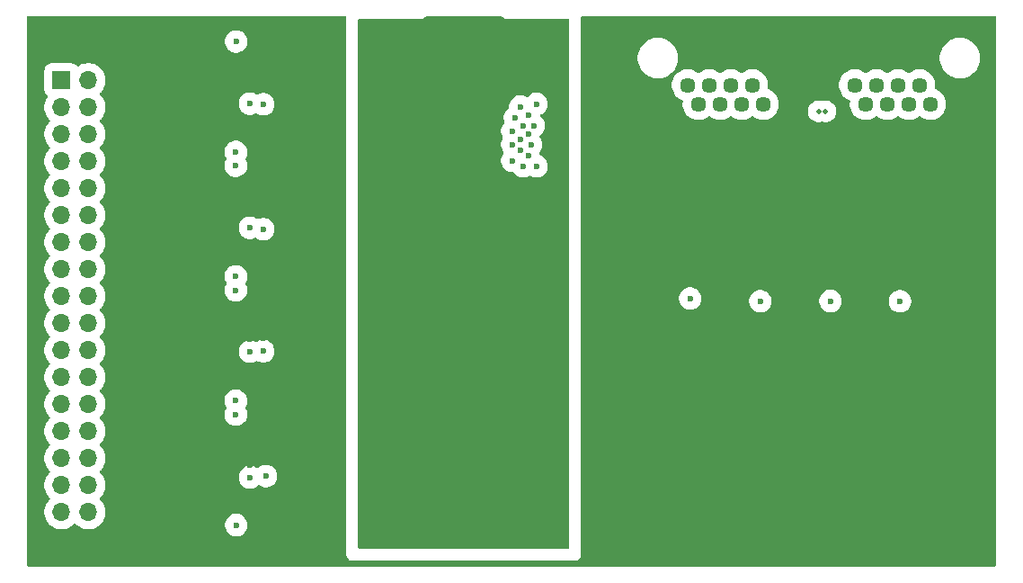
<source format=gbr>
%TF.GenerationSoftware,KiCad,Pcbnew,9.0.0*%
%TF.CreationDate,2025-03-18T14:59:46-04:00*%
%TF.ProjectId,PicoLVDS,5069636f-4c56-4445-932e-6b696361645f,3*%
%TF.SameCoordinates,Original*%
%TF.FileFunction,Copper,L2,Inr*%
%TF.FilePolarity,Positive*%
%FSLAX46Y46*%
G04 Gerber Fmt 4.6, Leading zero omitted, Abs format (unit mm)*
G04 Created by KiCad (PCBNEW 9.0.0) date 2025-03-18 14:59:46*
%MOMM*%
%LPD*%
G01*
G04 APERTURE LIST*
%TA.AperFunction,ComponentPad*%
%ADD10R,1.700000X1.700000*%
%TD*%
%TA.AperFunction,ComponentPad*%
%ADD11O,1.700000X1.700000*%
%TD*%
%TA.AperFunction,ComponentPad*%
%ADD12C,1.448000*%
%TD*%
%TA.AperFunction,ViaPad*%
%ADD13C,0.600000*%
%TD*%
%TA.AperFunction,ViaPad*%
%ADD14C,0.500000*%
%TD*%
G04 APERTURE END LIST*
D10*
%TO.N,/Out_0+*%
%TO.C,J1*%
X33750000Y-43740000D03*
D11*
%TO.N,/Out_0-*%
X36290000Y-43740000D03*
%TO.N,/Out_1+*%
X33750000Y-46280000D03*
%TO.N,/Out_1-*%
X36290000Y-46280000D03*
%TO.N,/Out_2+*%
X33750000Y-48820000D03*
%TO.N,/Out_2-*%
X36290000Y-48820000D03*
%TO.N,/Out_3+*%
X33750000Y-51360000D03*
%TO.N,/Out_3-*%
X36290000Y-51360000D03*
%TO.N,/Out_4+*%
X33750000Y-53900000D03*
%TO.N,/Out_4-*%
X36290000Y-53900000D03*
%TO.N,/Out_5+*%
X33750000Y-56440000D03*
%TO.N,/Out_5-*%
X36290000Y-56440000D03*
%TO.N,/Out_6+*%
X33750000Y-58980000D03*
%TO.N,/Out_6-*%
X36290000Y-58980000D03*
%TO.N,/Out_7+*%
X33750000Y-61520000D03*
%TO.N,/Out_7-*%
X36290000Y-61520000D03*
%TO.N,/Out_8+*%
X33750000Y-64060000D03*
%TO.N,/Out_8-*%
X36290000Y-64060000D03*
%TO.N,/Out_9+*%
X33750000Y-66600000D03*
%TO.N,/Out_9-*%
X36290000Y-66600000D03*
%TO.N,/Out_10+*%
X33750000Y-69140000D03*
%TO.N,/Out_10-*%
X36290000Y-69140000D03*
%TO.N,/Out_11+*%
X33750000Y-71680000D03*
%TO.N,/Out_11-*%
X36290000Y-71680000D03*
%TO.N,/Out_12+*%
X33750000Y-74220000D03*
%TO.N,/Out_12-*%
X36290000Y-74220000D03*
%TO.N,/Out_13+*%
X33750000Y-76760000D03*
%TO.N,/Out_13-*%
X36290000Y-76760000D03*
%TO.N,/Out_14+*%
X33750000Y-79300000D03*
%TO.N,/Out_14-*%
X36290000Y-79300000D03*
%TO.N,/Out_15+*%
X33750000Y-81840000D03*
%TO.N,/Out_15-*%
X36290000Y-81840000D03*
%TO.N,unconnected-(J1-Pin_33-Pad33)*%
X33750000Y-84380000D03*
%TO.N,unconnected-(J1-Pin_34-Pad34)*%
X36290000Y-84380000D03*
%TD*%
D12*
%TO.N,/RJ45_Out_19-*%
%TO.C,J2*%
X108463000Y-44196000D03*
%TO.N,/RJ45_Out_19+*%
X109479000Y-45976000D03*
%TO.N,/RJ45_Out_17-*%
X110495000Y-44196000D03*
%TO.N,/RJ45_Out_18+*%
X111511000Y-45976000D03*
%TO.N,/RJ45_Out_18-*%
X112527000Y-44196000D03*
%TO.N,/RJ45_Out_17+*%
X113543000Y-45976000D03*
%TO.N,/RJ45_Out_16-*%
X114559000Y-44196000D03*
%TO.N,/RJ45_Out_16+*%
X115575000Y-45976000D03*
%TO.N,/RJ45_Out_19-*%
X92713000Y-44196000D03*
%TO.N,/RJ45_Out_19+*%
X93729000Y-45976000D03*
%TO.N,/RJ45_Out_17-*%
X94745000Y-44196000D03*
%TO.N,/RJ45_Out_18+*%
X95761000Y-45976000D03*
%TO.N,/RJ45_Out_18-*%
X96777000Y-44196000D03*
%TO.N,/RJ45_Out_17+*%
X97793000Y-45976000D03*
%TO.N,/RJ45_Out_16-*%
X98809000Y-44196000D03*
%TO.N,/RJ45_Out_16+*%
X99825000Y-45976000D03*
%TD*%
D13*
%TO.N,+3V3*%
X52750000Y-69250000D03*
X77216000Y-51816000D03*
X52750000Y-57750000D03*
X92952500Y-64273500D03*
X51500000Y-81110000D03*
X76962000Y-49276000D03*
X76454000Y-47244000D03*
X50175000Y-51800000D03*
X77216000Y-48006000D03*
X78232000Y-48006000D03*
X50200000Y-40100000D03*
X76962000Y-50292000D03*
X77978000Y-49784000D03*
X50175000Y-62200000D03*
X112722000Y-64544499D03*
X78486000Y-45974000D03*
X51500000Y-45935000D03*
X52750000Y-46000000D03*
X76962000Y-46228000D03*
X50175000Y-50500000D03*
X76200000Y-48514000D03*
X106172000Y-64516000D03*
X77724000Y-48768000D03*
X50175000Y-75200000D03*
X51500000Y-57635000D03*
X51500000Y-69267500D03*
X53000000Y-81000000D03*
X78486000Y-51816000D03*
X77724000Y-50800000D03*
X99556500Y-64527500D03*
X50175000Y-73900000D03*
X50175000Y-63500000D03*
X50200000Y-85600000D03*
X76200000Y-51308000D03*
X77724000Y-46990000D03*
X76200000Y-49784000D03*
%TO.N,GND*%
X66548000Y-67564000D03*
X66548000Y-56896000D03*
X76493077Y-83566000D03*
X90551000Y-63881000D03*
X76493077Y-66294000D03*
X66548000Y-82296000D03*
X84074000Y-88900000D03*
X76962000Y-39878000D03*
X66548000Y-84836000D03*
X52750000Y-68000000D03*
X65532000Y-42672000D03*
X120650000Y-60452000D03*
X76493077Y-81534000D03*
X77763077Y-69088000D03*
X66040000Y-58674000D03*
X65532000Y-68072000D03*
X66548000Y-43180000D03*
X85344000Y-39116000D03*
X65532000Y-66294000D03*
X66548000Y-78994000D03*
X77001077Y-71374000D03*
X66548000Y-42164000D03*
X66548000Y-57912000D03*
X65532000Y-78994000D03*
X65532000Y-84836000D03*
X120650000Y-88392000D03*
X66040000Y-71374000D03*
X52750000Y-44500000D03*
X76493077Y-84836000D03*
X66040000Y-84074000D03*
X84836000Y-40894000D03*
X66548000Y-68580000D03*
X76962000Y-40894000D03*
X65532000Y-57912000D03*
X65532000Y-70612000D03*
X66548000Y-69596000D03*
X103632000Y-46736000D03*
X32004000Y-39370000D03*
X65532000Y-83312000D03*
X77470000Y-43434000D03*
X66040000Y-45974000D03*
X51500000Y-56365000D03*
X117094000Y-65416001D03*
X66040000Y-54356000D03*
X86614000Y-59944000D03*
X104137999Y-64259999D03*
X66548000Y-80264000D03*
X76493077Y-72136000D03*
X66548000Y-70612000D03*
X76493077Y-70866000D03*
X77001077Y-67056000D03*
X51500000Y-68132500D03*
X77001077Y-84074000D03*
X77509077Y-80518000D03*
X66548000Y-54864000D03*
X77509077Y-66294000D03*
X76962000Y-42926000D03*
X66548000Y-81280000D03*
X77509077Y-67818000D03*
X77978000Y-39878000D03*
X65532000Y-40894000D03*
X84836000Y-38354000D03*
X52750000Y-56250000D03*
X85598000Y-40894000D03*
X77509077Y-78994000D03*
X66548000Y-59436000D03*
X65278000Y-56642000D03*
X76493077Y-67818000D03*
X65278000Y-43942000D03*
X77724000Y-40894000D03*
X65532000Y-55372000D03*
X65532000Y-59436000D03*
X76493077Y-68834000D03*
X66548000Y-72136000D03*
X97659001Y-64639001D03*
X84836000Y-41910000D03*
X77978000Y-42418000D03*
X51500000Y-79932500D03*
X85852000Y-38354000D03*
X66548000Y-83312000D03*
X85852000Y-44196000D03*
X109982000Y-64770000D03*
X65532000Y-72136000D03*
X76962000Y-38354000D03*
X121158000Y-38354000D03*
X66548000Y-45212000D03*
X65532000Y-46736000D03*
X97151001Y-65147001D03*
X77509077Y-83058000D03*
X65278000Y-82042000D03*
X85852000Y-39878000D03*
X76493077Y-80518000D03*
X51500000Y-44665000D03*
X77509077Y-84836000D03*
X77978000Y-38354000D03*
X65532000Y-45212000D03*
X85852000Y-42418000D03*
X76493077Y-82550000D03*
X32766000Y-88138000D03*
X65278000Y-69342000D03*
X66548000Y-53594000D03*
X84836000Y-42926000D03*
X110458249Y-64230249D03*
X65532000Y-80772000D03*
X66040000Y-41656000D03*
X77763077Y-81788000D03*
X66548000Y-66294000D03*
X59944000Y-88900000D03*
X76493077Y-78994000D03*
X77470000Y-39116000D03*
X66548000Y-40894000D03*
X66548000Y-46736000D03*
X103629999Y-64767999D03*
X66548000Y-55880000D03*
X77509077Y-70358000D03*
X66040000Y-67056000D03*
X53000000Y-79750000D03*
X84836000Y-39878000D03*
X85344000Y-43434000D03*
X66548000Y-44196000D03*
X65532000Y-53594000D03*
X77001077Y-79756000D03*
X77509077Y-72136000D03*
X76962000Y-41910000D03*
X107188000Y-46736000D03*
X66040000Y-79756000D03*
X117856000Y-65024000D03*
X76493077Y-69850000D03*
X53340000Y-38354000D03*
D14*
%TO.N,/RJ45_Out_17+*%
X105068060Y-46678412D03*
%TO.N,/RJ45_Out_17-*%
X105720460Y-46678412D03*
%TD*%
%TA.AperFunction,Conductor*%
%TO.N,GND*%
G36*
X60532539Y-37720185D02*
G01*
X60578294Y-37772989D01*
X60589500Y-37824500D01*
X60589500Y-88462475D01*
X60627016Y-88602485D01*
X60627017Y-88602488D01*
X60699488Y-88728011D01*
X60699490Y-88728013D01*
X60699491Y-88728015D01*
X60801985Y-88830509D01*
X60801986Y-88830510D01*
X60801988Y-88830511D01*
X60927511Y-88902982D01*
X60927512Y-88902982D01*
X60927515Y-88902984D01*
X61067525Y-88940500D01*
X61067528Y-88940500D01*
X82212472Y-88940500D01*
X82212475Y-88940500D01*
X82352485Y-88902984D01*
X82478015Y-88830509D01*
X82580509Y-88728015D01*
X82652984Y-88602485D01*
X82690500Y-88462475D01*
X82690500Y-64168848D01*
X91890000Y-64168848D01*
X91890000Y-64378151D01*
X91930829Y-64583412D01*
X91930831Y-64583420D01*
X92010923Y-64776780D01*
X92127203Y-64950806D01*
X92275193Y-65098796D01*
X92449219Y-65215076D01*
X92514990Y-65242319D01*
X92642580Y-65295169D01*
X92817689Y-65330000D01*
X92847848Y-65335999D01*
X92847852Y-65336000D01*
X92847853Y-65336000D01*
X93057148Y-65336000D01*
X93057149Y-65335999D01*
X93262420Y-65295169D01*
X93439535Y-65221805D01*
X93455780Y-65215076D01*
X93455780Y-65215075D01*
X93455782Y-65215075D01*
X93629804Y-65098798D01*
X93777798Y-64950804D01*
X93894075Y-64776782D01*
X93974169Y-64583420D01*
X94002383Y-64441576D01*
X94006108Y-64422848D01*
X98494000Y-64422848D01*
X98494000Y-64632151D01*
X98534829Y-64837412D01*
X98534831Y-64837420D01*
X98614923Y-65030780D01*
X98731203Y-65204806D01*
X98879193Y-65352796D01*
X99053219Y-65469076D01*
X99149899Y-65509122D01*
X99246580Y-65549169D01*
X99451848Y-65589999D01*
X99451852Y-65590000D01*
X99451853Y-65590000D01*
X99661148Y-65590000D01*
X99661149Y-65589999D01*
X99866420Y-65549169D01*
X100059782Y-65469075D01*
X100233804Y-65352798D01*
X100381798Y-65204804D01*
X100498075Y-65030782D01*
X100578169Y-64837420D01*
X100619000Y-64632147D01*
X100619000Y-64422853D01*
X100616712Y-64411352D01*
X100616711Y-64411348D01*
X105109500Y-64411348D01*
X105109500Y-64620651D01*
X105150329Y-64825912D01*
X105150331Y-64825920D01*
X105230423Y-65019280D01*
X105346703Y-65193306D01*
X105494693Y-65341296D01*
X105668719Y-65457576D01*
X105737520Y-65486074D01*
X105862080Y-65537669D01*
X106067348Y-65578499D01*
X106067352Y-65578500D01*
X106067353Y-65578500D01*
X106276648Y-65578500D01*
X106276649Y-65578499D01*
X106481920Y-65537669D01*
X106675282Y-65457575D01*
X106849304Y-65341298D01*
X106997298Y-65193304D01*
X107113575Y-65019282D01*
X107193669Y-64825920D01*
X107234500Y-64620647D01*
X107234500Y-64439847D01*
X111659500Y-64439847D01*
X111659500Y-64649150D01*
X111700329Y-64854411D01*
X111700331Y-64854419D01*
X111780423Y-65047779D01*
X111896703Y-65221805D01*
X112044693Y-65369795D01*
X112218719Y-65486075D01*
X112315399Y-65526121D01*
X112412080Y-65566168D01*
X112531888Y-65589999D01*
X112617348Y-65606998D01*
X112617352Y-65606999D01*
X112617353Y-65606999D01*
X112826648Y-65606999D01*
X112826649Y-65606998D01*
X113031920Y-65566168D01*
X113225282Y-65486074D01*
X113399304Y-65369797D01*
X113547298Y-65221803D01*
X113663575Y-65047781D01*
X113743669Y-64854419D01*
X113784500Y-64649146D01*
X113784500Y-64439852D01*
X113743669Y-64234579D01*
X113703622Y-64137898D01*
X113663576Y-64041218D01*
X113547296Y-63867192D01*
X113399306Y-63719202D01*
X113225280Y-63602922D01*
X113031920Y-63522830D01*
X113031912Y-63522828D01*
X112826651Y-63481999D01*
X112826647Y-63481999D01*
X112617353Y-63481999D01*
X112617348Y-63481999D01*
X112412087Y-63522828D01*
X112412079Y-63522830D01*
X112218719Y-63602922D01*
X112044693Y-63719202D01*
X111896703Y-63867192D01*
X111780423Y-64041218D01*
X111700331Y-64234578D01*
X111700329Y-64234586D01*
X111659500Y-64439847D01*
X107234500Y-64439847D01*
X107234500Y-64411353D01*
X107193669Y-64206080D01*
X107153622Y-64109399D01*
X107113576Y-64012719D01*
X106997296Y-63838693D01*
X106849306Y-63690703D01*
X106675280Y-63574423D01*
X106481920Y-63494331D01*
X106481912Y-63494329D01*
X106276651Y-63453500D01*
X106276647Y-63453500D01*
X106067353Y-63453500D01*
X106067348Y-63453500D01*
X105862087Y-63494329D01*
X105862079Y-63494331D01*
X105668719Y-63574423D01*
X105494693Y-63690703D01*
X105346703Y-63838693D01*
X105230423Y-64012719D01*
X105150331Y-64206079D01*
X105150329Y-64206087D01*
X105109500Y-64411348D01*
X100616711Y-64411348D01*
X100598726Y-64320931D01*
X100578169Y-64217580D01*
X100505117Y-64041218D01*
X100498076Y-64024219D01*
X100381796Y-63850193D01*
X100233806Y-63702203D01*
X100059780Y-63585923D01*
X99866420Y-63505831D01*
X99866412Y-63505829D01*
X99661151Y-63465000D01*
X99661147Y-63465000D01*
X99451853Y-63465000D01*
X99451848Y-63465000D01*
X99246587Y-63505829D01*
X99246579Y-63505831D01*
X99053219Y-63585923D01*
X98879193Y-63702203D01*
X98731203Y-63850193D01*
X98614923Y-64024219D01*
X98534831Y-64217579D01*
X98534829Y-64217587D01*
X98494000Y-64422848D01*
X94006108Y-64422848D01*
X94012127Y-64392593D01*
X94012131Y-64392572D01*
X94015000Y-64378147D01*
X94015000Y-64168852D01*
X94014999Y-64168848D01*
X93989612Y-64041217D01*
X93974169Y-63963580D01*
X93922439Y-63838693D01*
X93894076Y-63770219D01*
X93777796Y-63596193D01*
X93629806Y-63448203D01*
X93455780Y-63331923D01*
X93262420Y-63251831D01*
X93262412Y-63251829D01*
X93057151Y-63211000D01*
X93057147Y-63211000D01*
X92847853Y-63211000D01*
X92847848Y-63211000D01*
X92642587Y-63251829D01*
X92642579Y-63251831D01*
X92449219Y-63331923D01*
X92275193Y-63448203D01*
X92127203Y-63596193D01*
X92010923Y-63770219D01*
X91930831Y-63963579D01*
X91930829Y-63963587D01*
X91890000Y-64168848D01*
X82690500Y-64168848D01*
X82690500Y-44079004D01*
X91226500Y-44079004D01*
X91226500Y-44312995D01*
X91263101Y-44544090D01*
X91335407Y-44766622D01*
X91422475Y-44937500D01*
X91441631Y-44975096D01*
X91579161Y-45164390D01*
X91744610Y-45329839D01*
X91933904Y-45467369D01*
X92142382Y-45573594D01*
X92179870Y-45585774D01*
X92237544Y-45625210D01*
X92264743Y-45689568D01*
X92264024Y-45723102D01*
X92242500Y-45859003D01*
X92242500Y-46092995D01*
X92279101Y-46324090D01*
X92351407Y-46546622D01*
X92457631Y-46755096D01*
X92595161Y-46944390D01*
X92760610Y-47109839D01*
X92949904Y-47247369D01*
X93004806Y-47275343D01*
X93158377Y-47353592D01*
X93158379Y-47353592D01*
X93158382Y-47353594D01*
X93277662Y-47392350D01*
X93380909Y-47425898D01*
X93612005Y-47462500D01*
X93612010Y-47462500D01*
X93845995Y-47462500D01*
X94077090Y-47425898D01*
X94299618Y-47353594D01*
X94508096Y-47247369D01*
X94672116Y-47128200D01*
X94737921Y-47104722D01*
X94805974Y-47120547D01*
X94817873Y-47128193D01*
X94981904Y-47247369D01*
X95036806Y-47275343D01*
X95190377Y-47353592D01*
X95190379Y-47353592D01*
X95190382Y-47353594D01*
X95309662Y-47392350D01*
X95412909Y-47425898D01*
X95644005Y-47462500D01*
X95644010Y-47462500D01*
X95877995Y-47462500D01*
X96109090Y-47425898D01*
X96331618Y-47353594D01*
X96540096Y-47247369D01*
X96704116Y-47128200D01*
X96769921Y-47104722D01*
X96837974Y-47120547D01*
X96849873Y-47128193D01*
X97013904Y-47247369D01*
X97068806Y-47275343D01*
X97222377Y-47353592D01*
X97222379Y-47353592D01*
X97222382Y-47353594D01*
X97341662Y-47392350D01*
X97444909Y-47425898D01*
X97676005Y-47462500D01*
X97676010Y-47462500D01*
X97909995Y-47462500D01*
X98141090Y-47425898D01*
X98363618Y-47353594D01*
X98572096Y-47247369D01*
X98736116Y-47128200D01*
X98801921Y-47104722D01*
X98869974Y-47120547D01*
X98881873Y-47128193D01*
X99045904Y-47247369D01*
X99100806Y-47275343D01*
X99254377Y-47353592D01*
X99254379Y-47353592D01*
X99254382Y-47353594D01*
X99373662Y-47392350D01*
X99476909Y-47425898D01*
X99708005Y-47462500D01*
X99708010Y-47462500D01*
X99941995Y-47462500D01*
X100173090Y-47425898D01*
X100395618Y-47353594D01*
X100604096Y-47247369D01*
X100793390Y-47109839D01*
X100958839Y-46944390D01*
X101079629Y-46778137D01*
X104055559Y-46778137D01*
X104094468Y-46973741D01*
X104094471Y-46973751D01*
X104170790Y-47158004D01*
X104170797Y-47158017D01*
X104281599Y-47323842D01*
X104281602Y-47323846D01*
X104422625Y-47464869D01*
X104422629Y-47464872D01*
X104588454Y-47575674D01*
X104588467Y-47575681D01*
X104741859Y-47639217D01*
X104772725Y-47652002D01*
X104772729Y-47652002D01*
X104772730Y-47652003D01*
X104968334Y-47690912D01*
X104968337Y-47690912D01*
X105167785Y-47690912D01*
X105369369Y-47650814D01*
X105369899Y-47653482D01*
X105418719Y-47652985D01*
X105419151Y-47650814D01*
X105620734Y-47690912D01*
X105620737Y-47690912D01*
X105820185Y-47690912D01*
X105951784Y-47664734D01*
X106015795Y-47652002D01*
X106165352Y-47590054D01*
X106200052Y-47575681D01*
X106200052Y-47575680D01*
X106200059Y-47575678D01*
X106365891Y-47464872D01*
X106506920Y-47323843D01*
X106617726Y-47158011D01*
X106694050Y-46973747D01*
X106708921Y-46898985D01*
X106732960Y-46778137D01*
X106732960Y-46578686D01*
X106694051Y-46383082D01*
X106694050Y-46383081D01*
X106694050Y-46383077D01*
X106674624Y-46336178D01*
X106617729Y-46198819D01*
X106617722Y-46198806D01*
X106506920Y-46032981D01*
X106506917Y-46032977D01*
X106365894Y-45891954D01*
X106365890Y-45891951D01*
X106200065Y-45781149D01*
X106200052Y-45781142D01*
X106015799Y-45704823D01*
X106015789Y-45704820D01*
X105820185Y-45665912D01*
X105820183Y-45665912D01*
X105620737Y-45665912D01*
X105620735Y-45665912D01*
X105419152Y-45706010D01*
X105418628Y-45703380D01*
X105369808Y-45703793D01*
X105369368Y-45706010D01*
X105167785Y-45665912D01*
X105167783Y-45665912D01*
X104968337Y-45665912D01*
X104968335Y-45665912D01*
X104772730Y-45704820D01*
X104772720Y-45704823D01*
X104588467Y-45781142D01*
X104588454Y-45781149D01*
X104422629Y-45891951D01*
X104422625Y-45891954D01*
X104281602Y-46032977D01*
X104281599Y-46032981D01*
X104170797Y-46198806D01*
X104170790Y-46198819D01*
X104094471Y-46383072D01*
X104094468Y-46383082D01*
X104055560Y-46578686D01*
X104055560Y-46578689D01*
X104055560Y-46778135D01*
X104055560Y-46778137D01*
X104055559Y-46778137D01*
X101079629Y-46778137D01*
X101096369Y-46755096D01*
X101202594Y-46546618D01*
X101274898Y-46324090D01*
X101281260Y-46283920D01*
X101311500Y-46092995D01*
X101311500Y-45859004D01*
X101274898Y-45627909D01*
X101222735Y-45467369D01*
X101202594Y-45405382D01*
X101202592Y-45405379D01*
X101202592Y-45405377D01*
X101127344Y-45257696D01*
X101096369Y-45196904D01*
X100958839Y-45007610D01*
X100793390Y-44842161D01*
X100604096Y-44704631D01*
X100395618Y-44598405D01*
X100358128Y-44586224D01*
X100300453Y-44546786D01*
X100273256Y-44482427D01*
X100273975Y-44448896D01*
X100295500Y-44312995D01*
X100295500Y-44079004D01*
X106976500Y-44079004D01*
X106976500Y-44312995D01*
X107013101Y-44544090D01*
X107085407Y-44766622D01*
X107172475Y-44937500D01*
X107191631Y-44975096D01*
X107329161Y-45164390D01*
X107494610Y-45329839D01*
X107683904Y-45467369D01*
X107892382Y-45573594D01*
X107929870Y-45585774D01*
X107987544Y-45625210D01*
X108014743Y-45689568D01*
X108014024Y-45723102D01*
X107992500Y-45859003D01*
X107992500Y-46092995D01*
X108029101Y-46324090D01*
X108101407Y-46546622D01*
X108207631Y-46755096D01*
X108345161Y-46944390D01*
X108510610Y-47109839D01*
X108699904Y-47247369D01*
X108754806Y-47275343D01*
X108908377Y-47353592D01*
X108908379Y-47353592D01*
X108908382Y-47353594D01*
X109027662Y-47392350D01*
X109130909Y-47425898D01*
X109362005Y-47462500D01*
X109362010Y-47462500D01*
X109595995Y-47462500D01*
X109827090Y-47425898D01*
X110049618Y-47353594D01*
X110258096Y-47247369D01*
X110422116Y-47128200D01*
X110487921Y-47104722D01*
X110555974Y-47120547D01*
X110567873Y-47128193D01*
X110731904Y-47247369D01*
X110786806Y-47275343D01*
X110940377Y-47353592D01*
X110940379Y-47353592D01*
X110940382Y-47353594D01*
X111059662Y-47392350D01*
X111162909Y-47425898D01*
X111394005Y-47462500D01*
X111394010Y-47462500D01*
X111627995Y-47462500D01*
X111859090Y-47425898D01*
X112081618Y-47353594D01*
X112290096Y-47247369D01*
X112454116Y-47128200D01*
X112519921Y-47104722D01*
X112587974Y-47120547D01*
X112599873Y-47128193D01*
X112763904Y-47247369D01*
X112818806Y-47275343D01*
X112972377Y-47353592D01*
X112972379Y-47353592D01*
X112972382Y-47353594D01*
X113091662Y-47392350D01*
X113194909Y-47425898D01*
X113426005Y-47462500D01*
X113426010Y-47462500D01*
X113659995Y-47462500D01*
X113891090Y-47425898D01*
X114113618Y-47353594D01*
X114322096Y-47247369D01*
X114486116Y-47128200D01*
X114551921Y-47104722D01*
X114619974Y-47120547D01*
X114631873Y-47128193D01*
X114795904Y-47247369D01*
X114850806Y-47275343D01*
X115004377Y-47353592D01*
X115004379Y-47353592D01*
X115004382Y-47353594D01*
X115123662Y-47392350D01*
X115226909Y-47425898D01*
X115458005Y-47462500D01*
X115458010Y-47462500D01*
X115691995Y-47462500D01*
X115923090Y-47425898D01*
X116145618Y-47353594D01*
X116354096Y-47247369D01*
X116543390Y-47109839D01*
X116708839Y-46944390D01*
X116846369Y-46755096D01*
X116952594Y-46546618D01*
X117024898Y-46324090D01*
X117031260Y-46283920D01*
X117061500Y-46092995D01*
X117061500Y-45859004D01*
X117024898Y-45627909D01*
X116972735Y-45467369D01*
X116952594Y-45405382D01*
X116952592Y-45405379D01*
X116952592Y-45405377D01*
X116877344Y-45257696D01*
X116846369Y-45196904D01*
X116708839Y-45007610D01*
X116543390Y-44842161D01*
X116354096Y-44704631D01*
X116145618Y-44598405D01*
X116108128Y-44586224D01*
X116050453Y-44546786D01*
X116023256Y-44482427D01*
X116023975Y-44448896D01*
X116045500Y-44312995D01*
X116045500Y-44079004D01*
X116008898Y-43847909D01*
X115936592Y-43625377D01*
X115830368Y-43416903D01*
X115692839Y-43227610D01*
X115527390Y-43062161D01*
X115338096Y-42924631D01*
X115129622Y-42818407D01*
X114907090Y-42746101D01*
X114675995Y-42709500D01*
X114675990Y-42709500D01*
X114442010Y-42709500D01*
X114442005Y-42709500D01*
X114210909Y-42746101D01*
X113988377Y-42818407D01*
X113779900Y-42924633D01*
X113615885Y-43043797D01*
X113550079Y-43067277D01*
X113482025Y-43051451D01*
X113470115Y-43043797D01*
X113306099Y-42924633D01*
X113306098Y-42924632D01*
X113306096Y-42924631D01*
X113240992Y-42891458D01*
X113097622Y-42818407D01*
X112875090Y-42746101D01*
X112643995Y-42709500D01*
X112643990Y-42709500D01*
X112410010Y-42709500D01*
X112410005Y-42709500D01*
X112178909Y-42746101D01*
X111956377Y-42818407D01*
X111747900Y-42924633D01*
X111583885Y-43043797D01*
X111518079Y-43067277D01*
X111450025Y-43051451D01*
X111438115Y-43043797D01*
X111274099Y-42924633D01*
X111274098Y-42924632D01*
X111274096Y-42924631D01*
X111208992Y-42891458D01*
X111065622Y-42818407D01*
X110843090Y-42746101D01*
X110611995Y-42709500D01*
X110611990Y-42709500D01*
X110378010Y-42709500D01*
X110378005Y-42709500D01*
X110146909Y-42746101D01*
X109924377Y-42818407D01*
X109715900Y-42924633D01*
X109551885Y-43043797D01*
X109486079Y-43067277D01*
X109418025Y-43051451D01*
X109406115Y-43043797D01*
X109242099Y-42924633D01*
X109242098Y-42924632D01*
X109242096Y-42924631D01*
X109176992Y-42891458D01*
X109033622Y-42818407D01*
X108811090Y-42746101D01*
X108579995Y-42709500D01*
X108579990Y-42709500D01*
X108346010Y-42709500D01*
X108346005Y-42709500D01*
X108114909Y-42746101D01*
X107892377Y-42818407D01*
X107683903Y-42924631D01*
X107494607Y-43062163D01*
X107329163Y-43227607D01*
X107191631Y-43416903D01*
X107085407Y-43625377D01*
X107013101Y-43847909D01*
X106976500Y-44079004D01*
X100295500Y-44079004D01*
X100258898Y-43847909D01*
X100186592Y-43625377D01*
X100080368Y-43416903D01*
X99942839Y-43227610D01*
X99777390Y-43062161D01*
X99588096Y-42924631D01*
X99379622Y-42818407D01*
X99157090Y-42746101D01*
X98925995Y-42709500D01*
X98925990Y-42709500D01*
X98692010Y-42709500D01*
X98692005Y-42709500D01*
X98460909Y-42746101D01*
X98238377Y-42818407D01*
X98029900Y-42924633D01*
X97865885Y-43043797D01*
X97800079Y-43067277D01*
X97732025Y-43051451D01*
X97720115Y-43043797D01*
X97556099Y-42924633D01*
X97556098Y-42924632D01*
X97556096Y-42924631D01*
X97490992Y-42891458D01*
X97347622Y-42818407D01*
X97125090Y-42746101D01*
X96893995Y-42709500D01*
X96893990Y-42709500D01*
X96660010Y-42709500D01*
X96660005Y-42709500D01*
X96428909Y-42746101D01*
X96206377Y-42818407D01*
X95997900Y-42924633D01*
X95833885Y-43043797D01*
X95768079Y-43067277D01*
X95700025Y-43051451D01*
X95688115Y-43043797D01*
X95524099Y-42924633D01*
X95524098Y-42924632D01*
X95524096Y-42924631D01*
X95458992Y-42891458D01*
X95315622Y-42818407D01*
X95093090Y-42746101D01*
X94861995Y-42709500D01*
X94861990Y-42709500D01*
X94628010Y-42709500D01*
X94628005Y-42709500D01*
X94396909Y-42746101D01*
X94174377Y-42818407D01*
X93965900Y-42924633D01*
X93801885Y-43043797D01*
X93736079Y-43067277D01*
X93668025Y-43051451D01*
X93656115Y-43043797D01*
X93492099Y-42924633D01*
X93492098Y-42924632D01*
X93492096Y-42924631D01*
X93426992Y-42891458D01*
X93283622Y-42818407D01*
X93061090Y-42746101D01*
X92829995Y-42709500D01*
X92829990Y-42709500D01*
X92596010Y-42709500D01*
X92596005Y-42709500D01*
X92364909Y-42746101D01*
X92142377Y-42818407D01*
X91933903Y-42924631D01*
X91744607Y-43062163D01*
X91579163Y-43227607D01*
X91441631Y-43416903D01*
X91335407Y-43625377D01*
X91263101Y-43847909D01*
X91226500Y-44079004D01*
X82690500Y-44079004D01*
X82690500Y-41531441D01*
X88014500Y-41531441D01*
X88014500Y-41780558D01*
X88014501Y-41780575D01*
X88047017Y-42027561D01*
X88111498Y-42268207D01*
X88206830Y-42498361D01*
X88206837Y-42498376D01*
X88331400Y-42714126D01*
X88483060Y-42911774D01*
X88483066Y-42911781D01*
X88659218Y-43087933D01*
X88659225Y-43087939D01*
X88856873Y-43239599D01*
X89072623Y-43364162D01*
X89072638Y-43364169D01*
X89171825Y-43405253D01*
X89302793Y-43459502D01*
X89543435Y-43523982D01*
X89790435Y-43556500D01*
X89790442Y-43556500D01*
X90039558Y-43556500D01*
X90039565Y-43556500D01*
X90286565Y-43523982D01*
X90527207Y-43459502D01*
X90757373Y-43364164D01*
X90973127Y-43239599D01*
X91170776Y-43087938D01*
X91346938Y-42911776D01*
X91498599Y-42714127D01*
X91623164Y-42498373D01*
X91718502Y-42268207D01*
X91782982Y-42027565D01*
X91815500Y-41780565D01*
X91815500Y-41531441D01*
X116464500Y-41531441D01*
X116464500Y-41780558D01*
X116464501Y-41780575D01*
X116497017Y-42027561D01*
X116561498Y-42268207D01*
X116656830Y-42498361D01*
X116656837Y-42498376D01*
X116781400Y-42714126D01*
X116933060Y-42911774D01*
X116933066Y-42911781D01*
X117109218Y-43087933D01*
X117109225Y-43087939D01*
X117306873Y-43239599D01*
X117522623Y-43364162D01*
X117522638Y-43364169D01*
X117621825Y-43405253D01*
X117752793Y-43459502D01*
X117993435Y-43523982D01*
X118240435Y-43556500D01*
X118240442Y-43556500D01*
X118489558Y-43556500D01*
X118489565Y-43556500D01*
X118736565Y-43523982D01*
X118977207Y-43459502D01*
X119207373Y-43364164D01*
X119423127Y-43239599D01*
X119620776Y-43087938D01*
X119796938Y-42911776D01*
X119948599Y-42714127D01*
X120073164Y-42498373D01*
X120168502Y-42268207D01*
X120232982Y-42027565D01*
X120265500Y-41780565D01*
X120265500Y-41531435D01*
X120232982Y-41284435D01*
X120168502Y-41043793D01*
X120073164Y-40813627D01*
X119948599Y-40597873D01*
X119796938Y-40400224D01*
X119796933Y-40400218D01*
X119620781Y-40224066D01*
X119620774Y-40224060D01*
X119423126Y-40072400D01*
X119207376Y-39947837D01*
X119207361Y-39947830D01*
X118977207Y-39852498D01*
X118736565Y-39788018D01*
X118736564Y-39788017D01*
X118736561Y-39788017D01*
X118489575Y-39755501D01*
X118489570Y-39755500D01*
X118489565Y-39755500D01*
X118240435Y-39755500D01*
X118240429Y-39755500D01*
X118240424Y-39755501D01*
X117993438Y-39788017D01*
X117752792Y-39852498D01*
X117522638Y-39947830D01*
X117522623Y-39947837D01*
X117306873Y-40072400D01*
X117109225Y-40224060D01*
X117109218Y-40224066D01*
X116933066Y-40400218D01*
X116933060Y-40400225D01*
X116781400Y-40597873D01*
X116656837Y-40813623D01*
X116656830Y-40813638D01*
X116561498Y-41043792D01*
X116497017Y-41284438D01*
X116464501Y-41531424D01*
X116464500Y-41531441D01*
X91815500Y-41531441D01*
X91815500Y-41531435D01*
X91782982Y-41284435D01*
X91718502Y-41043793D01*
X91623164Y-40813627D01*
X91498599Y-40597873D01*
X91346938Y-40400224D01*
X91346933Y-40400218D01*
X91170781Y-40224066D01*
X91170774Y-40224060D01*
X90973126Y-40072400D01*
X90757376Y-39947837D01*
X90757361Y-39947830D01*
X90527207Y-39852498D01*
X90286565Y-39788018D01*
X90286564Y-39788017D01*
X90286561Y-39788017D01*
X90039575Y-39755501D01*
X90039570Y-39755500D01*
X90039565Y-39755500D01*
X89790435Y-39755500D01*
X89790429Y-39755500D01*
X89790424Y-39755501D01*
X89543438Y-39788017D01*
X89302792Y-39852498D01*
X89072638Y-39947830D01*
X89072623Y-39947837D01*
X88856873Y-40072400D01*
X88659225Y-40224060D01*
X88659218Y-40224066D01*
X88483066Y-40400218D01*
X88483060Y-40400225D01*
X88331400Y-40597873D01*
X88206837Y-40813623D01*
X88206830Y-40813638D01*
X88111498Y-41043792D01*
X88047017Y-41284438D01*
X88014501Y-41531424D01*
X88014500Y-41531441D01*
X82690500Y-41531441D01*
X82690500Y-37824500D01*
X82710185Y-37757461D01*
X82762989Y-37711706D01*
X82814500Y-37700500D01*
X121665500Y-37700500D01*
X121732539Y-37720185D01*
X121778294Y-37772989D01*
X121789500Y-37824500D01*
X121789500Y-89375500D01*
X121769815Y-89442539D01*
X121717011Y-89488294D01*
X121665500Y-89499500D01*
X30624500Y-89499500D01*
X30557461Y-89479815D01*
X30511706Y-89427011D01*
X30500500Y-89375500D01*
X30500500Y-42839181D01*
X32137500Y-42839181D01*
X32137500Y-44640803D01*
X32137501Y-44640819D01*
X32148169Y-44745242D01*
X32204235Y-44914437D01*
X32204237Y-44914442D01*
X32227606Y-44952329D01*
X32296246Y-45063612D01*
X32297812Y-45066150D01*
X32420396Y-45188734D01*
X32453881Y-45250057D01*
X32448897Y-45319749D01*
X32433033Y-45349301D01*
X32370866Y-45434865D01*
X32255639Y-45661012D01*
X32255638Y-45661014D01*
X32255638Y-45661015D01*
X32246194Y-45690079D01*
X32177204Y-45902408D01*
X32137500Y-46153088D01*
X32137500Y-46406911D01*
X32176209Y-46651306D01*
X32177205Y-46657595D01*
X32255638Y-46898985D01*
X32370866Y-47125134D01*
X32520054Y-47330473D01*
X32520056Y-47330475D01*
X32651900Y-47462319D01*
X32685385Y-47523642D01*
X32680401Y-47593334D01*
X32651900Y-47637681D01*
X32520056Y-47769524D01*
X32520056Y-47769525D01*
X32520054Y-47769527D01*
X32471253Y-47836696D01*
X32370866Y-47974865D01*
X32255639Y-48201012D01*
X32177204Y-48442408D01*
X32137500Y-48693088D01*
X32137500Y-48946911D01*
X32161862Y-49100724D01*
X32177205Y-49197595D01*
X32255638Y-49438985D01*
X32370866Y-49665134D01*
X32520054Y-49870473D01*
X32520056Y-49870475D01*
X32651900Y-50002319D01*
X32685385Y-50063642D01*
X32680401Y-50133334D01*
X32651900Y-50177681D01*
X32520056Y-50309524D01*
X32520056Y-50309525D01*
X32520054Y-50309527D01*
X32457701Y-50395348D01*
X32370866Y-50514865D01*
X32255639Y-50741012D01*
X32177204Y-50982408D01*
X32137500Y-51233088D01*
X32137500Y-51486911D01*
X32177204Y-51737591D01*
X32177205Y-51737595D01*
X32255638Y-51978985D01*
X32370866Y-52205134D01*
X32520054Y-52410473D01*
X32520056Y-52410475D01*
X32651900Y-52542319D01*
X32685385Y-52603642D01*
X32680401Y-52673334D01*
X32651900Y-52717681D01*
X32520056Y-52849524D01*
X32520056Y-52849525D01*
X32520054Y-52849527D01*
X32455983Y-52937712D01*
X32370866Y-53054865D01*
X32255639Y-53281012D01*
X32177204Y-53522408D01*
X32137500Y-53773088D01*
X32137500Y-54026911D01*
X32177204Y-54277591D01*
X32177205Y-54277595D01*
X32255638Y-54518985D01*
X32370866Y-54745134D01*
X32520054Y-54950473D01*
X32520056Y-54950475D01*
X32651900Y-55082319D01*
X32685385Y-55143642D01*
X32680401Y-55213334D01*
X32651900Y-55257681D01*
X32520056Y-55389524D01*
X32520056Y-55389525D01*
X32520054Y-55389527D01*
X32455983Y-55477712D01*
X32370866Y-55594865D01*
X32255639Y-55821012D01*
X32177204Y-56062408D01*
X32137500Y-56313088D01*
X32137500Y-56566911D01*
X32175955Y-56809703D01*
X32177205Y-56817595D01*
X32255638Y-57058985D01*
X32370866Y-57285134D01*
X32520054Y-57490473D01*
X32520056Y-57490475D01*
X32651900Y-57622319D01*
X32685385Y-57683642D01*
X32680401Y-57753334D01*
X32651900Y-57797681D01*
X32520056Y-57929524D01*
X32520056Y-57929525D01*
X32520054Y-57929527D01*
X32455983Y-58017712D01*
X32370866Y-58134865D01*
X32255639Y-58361012D01*
X32177204Y-58602408D01*
X32137500Y-58853088D01*
X32137500Y-59106911D01*
X32177204Y-59357591D01*
X32177205Y-59357595D01*
X32255638Y-59598985D01*
X32370866Y-59825134D01*
X32520054Y-60030473D01*
X32520056Y-60030475D01*
X32651900Y-60162319D01*
X32685385Y-60223642D01*
X32680401Y-60293334D01*
X32651900Y-60337681D01*
X32520056Y-60469524D01*
X32520056Y-60469525D01*
X32520054Y-60469527D01*
X32455983Y-60557712D01*
X32370866Y-60674865D01*
X32255639Y-60901012D01*
X32177204Y-61142408D01*
X32137500Y-61393088D01*
X32137500Y-61646911D01*
X32177204Y-61897589D01*
X32177205Y-61897595D01*
X32255638Y-62138985D01*
X32370866Y-62365134D01*
X32520054Y-62570473D01*
X32520056Y-62570475D01*
X32651900Y-62702319D01*
X32685385Y-62763642D01*
X32680401Y-62833334D01*
X32651900Y-62877681D01*
X32520056Y-63009524D01*
X32520056Y-63009525D01*
X32520054Y-63009527D01*
X32455983Y-63097712D01*
X32370866Y-63214865D01*
X32255639Y-63441012D01*
X32177204Y-63682408D01*
X32137500Y-63933088D01*
X32137500Y-64186911D01*
X32174868Y-64422841D01*
X32177205Y-64437595D01*
X32255638Y-64678985D01*
X32370866Y-64905134D01*
X32520054Y-65110473D01*
X32520056Y-65110475D01*
X32651900Y-65242319D01*
X32685385Y-65303642D01*
X32680401Y-65373334D01*
X32651900Y-65417681D01*
X32520056Y-65549524D01*
X32520056Y-65549525D01*
X32520054Y-65549527D01*
X32478299Y-65606998D01*
X32370866Y-65754865D01*
X32255639Y-65981012D01*
X32177204Y-66222408D01*
X32137500Y-66473088D01*
X32137500Y-66726911D01*
X32177204Y-66977591D01*
X32177205Y-66977595D01*
X32255638Y-67218985D01*
X32370866Y-67445134D01*
X32520054Y-67650473D01*
X32520056Y-67650475D01*
X32651900Y-67782319D01*
X32685385Y-67843642D01*
X32680401Y-67913334D01*
X32651900Y-67957681D01*
X32520056Y-68089524D01*
X32520056Y-68089525D01*
X32520054Y-68089527D01*
X32455983Y-68177712D01*
X32370866Y-68294865D01*
X32255639Y-68521012D01*
X32177204Y-68762408D01*
X32137500Y-69013088D01*
X32137500Y-69266911D01*
X32177204Y-69517591D01*
X32177205Y-69517595D01*
X32255638Y-69758985D01*
X32370866Y-69985134D01*
X32520054Y-70190473D01*
X32520056Y-70190475D01*
X32651900Y-70322319D01*
X32685385Y-70383642D01*
X32680401Y-70453334D01*
X32651900Y-70497681D01*
X32520056Y-70629524D01*
X32520056Y-70629525D01*
X32520054Y-70629527D01*
X32455983Y-70717712D01*
X32370866Y-70834865D01*
X32255639Y-71061012D01*
X32177204Y-71302408D01*
X32137500Y-71553088D01*
X32137500Y-71806911D01*
X32177204Y-72057591D01*
X32177205Y-72057595D01*
X32255638Y-72298985D01*
X32370866Y-72525134D01*
X32520054Y-72730473D01*
X32520056Y-72730475D01*
X32651900Y-72862319D01*
X32685385Y-72923642D01*
X32680401Y-72993334D01*
X32651900Y-73037681D01*
X32520056Y-73169524D01*
X32520056Y-73169525D01*
X32520054Y-73169527D01*
X32455983Y-73257712D01*
X32370866Y-73374865D01*
X32255639Y-73601012D01*
X32177204Y-73842408D01*
X32137500Y-74093088D01*
X32137500Y-74346911D01*
X32177204Y-74597591D01*
X32177205Y-74597595D01*
X32255638Y-74838985D01*
X32370866Y-75065134D01*
X32520054Y-75270473D01*
X32520056Y-75270475D01*
X32651900Y-75402319D01*
X32685385Y-75463642D01*
X32680401Y-75533334D01*
X32651900Y-75577681D01*
X32520056Y-75709524D01*
X32520056Y-75709525D01*
X32520054Y-75709527D01*
X32455983Y-75797712D01*
X32370866Y-75914865D01*
X32255639Y-76141012D01*
X32177204Y-76382408D01*
X32137500Y-76633088D01*
X32137500Y-76886911D01*
X32177204Y-77137591D01*
X32177205Y-77137595D01*
X32255638Y-77378985D01*
X32370866Y-77605134D01*
X32520054Y-77810473D01*
X32520056Y-77810475D01*
X32651900Y-77942319D01*
X32685385Y-78003642D01*
X32680401Y-78073334D01*
X32651900Y-78117681D01*
X32520056Y-78249524D01*
X32520056Y-78249525D01*
X32520054Y-78249527D01*
X32455983Y-78337712D01*
X32370866Y-78454865D01*
X32255639Y-78681012D01*
X32177204Y-78922408D01*
X32137500Y-79173088D01*
X32137500Y-79426911D01*
X32177204Y-79677591D01*
X32177205Y-79677595D01*
X32255638Y-79918985D01*
X32370866Y-80145134D01*
X32520054Y-80350473D01*
X32520056Y-80350475D01*
X32651900Y-80482319D01*
X32685385Y-80543642D01*
X32680401Y-80613334D01*
X32651900Y-80657681D01*
X32520056Y-80789524D01*
X32520056Y-80789525D01*
X32520054Y-80789527D01*
X32455983Y-80877712D01*
X32370866Y-80994865D01*
X32255639Y-81221012D01*
X32177204Y-81462408D01*
X32137500Y-81713088D01*
X32137500Y-81966911D01*
X32177204Y-82217591D01*
X32177205Y-82217595D01*
X32255638Y-82458985D01*
X32370866Y-82685134D01*
X32520054Y-82890473D01*
X32520056Y-82890475D01*
X32651900Y-83022319D01*
X32685385Y-83083642D01*
X32680401Y-83153334D01*
X32651900Y-83197681D01*
X32520056Y-83329524D01*
X32520056Y-83329525D01*
X32520054Y-83329527D01*
X32455983Y-83417712D01*
X32370866Y-83534865D01*
X32255639Y-83761012D01*
X32177204Y-84002408D01*
X32137500Y-84253088D01*
X32137500Y-84506911D01*
X32161498Y-84658425D01*
X32177205Y-84757595D01*
X32255638Y-84998985D01*
X32370866Y-85225134D01*
X32520054Y-85430473D01*
X32699527Y-85609946D01*
X32904866Y-85759134D01*
X33131015Y-85874362D01*
X33372405Y-85952795D01*
X33466413Y-85967684D01*
X33623089Y-85992500D01*
X33623094Y-85992500D01*
X33876911Y-85992500D01*
X34016177Y-85970441D01*
X34127595Y-85952795D01*
X34368985Y-85874362D01*
X34595134Y-85759134D01*
X34800473Y-85609946D01*
X34932319Y-85478100D01*
X34993642Y-85444615D01*
X35063334Y-85449599D01*
X35107681Y-85478100D01*
X35239527Y-85609946D01*
X35444866Y-85759134D01*
X35671015Y-85874362D01*
X35912405Y-85952795D01*
X36006413Y-85967684D01*
X36163089Y-85992500D01*
X36163094Y-85992500D01*
X36416911Y-85992500D01*
X36556177Y-85970441D01*
X36667595Y-85952795D01*
X36908985Y-85874362D01*
X37135134Y-85759134D01*
X37340473Y-85609946D01*
X37455071Y-85495348D01*
X49137500Y-85495348D01*
X49137500Y-85704651D01*
X49178329Y-85909912D01*
X49178331Y-85909920D01*
X49258423Y-86103280D01*
X49374703Y-86277306D01*
X49522693Y-86425296D01*
X49696719Y-86541576D01*
X49793399Y-86581622D01*
X49890080Y-86621669D01*
X50095348Y-86662499D01*
X50095352Y-86662500D01*
X50095353Y-86662500D01*
X50304648Y-86662500D01*
X50304649Y-86662499D01*
X50509920Y-86621669D01*
X50703282Y-86541575D01*
X50877304Y-86425298D01*
X51025298Y-86277304D01*
X51141575Y-86103282D01*
X51221669Y-85909920D01*
X51262500Y-85704647D01*
X51262500Y-85495353D01*
X51221669Y-85290080D01*
X51181622Y-85193399D01*
X51141576Y-85096719D01*
X51025296Y-84922693D01*
X50877306Y-84774703D01*
X50703280Y-84658423D01*
X50509920Y-84578331D01*
X50509912Y-84578329D01*
X50304651Y-84537500D01*
X50304647Y-84537500D01*
X50095353Y-84537500D01*
X50095348Y-84537500D01*
X49890087Y-84578329D01*
X49890079Y-84578331D01*
X49696719Y-84658423D01*
X49522693Y-84774703D01*
X49374703Y-84922693D01*
X49258423Y-85096719D01*
X49178331Y-85290079D01*
X49178329Y-85290087D01*
X49137500Y-85495348D01*
X37455071Y-85495348D01*
X37519946Y-85430473D01*
X37669134Y-85225134D01*
X37784362Y-84998985D01*
X37862795Y-84757595D01*
X37880441Y-84646177D01*
X37902500Y-84506911D01*
X37902500Y-84253088D01*
X37862795Y-84002408D01*
X37862795Y-84002405D01*
X37784362Y-83761015D01*
X37669134Y-83534866D01*
X37519946Y-83329527D01*
X37388100Y-83197681D01*
X37354615Y-83136358D01*
X37359599Y-83066666D01*
X37388100Y-83022319D01*
X37519946Y-82890473D01*
X37669134Y-82685134D01*
X37784362Y-82458985D01*
X37862795Y-82217595D01*
X37880441Y-82106177D01*
X37902500Y-81966911D01*
X37902500Y-81713088D01*
X37862795Y-81462408D01*
X37862795Y-81462405D01*
X37784362Y-81221015D01*
X37674475Y-81005348D01*
X50437500Y-81005348D01*
X50437500Y-81214651D01*
X50478329Y-81419912D01*
X50478331Y-81419920D01*
X50558423Y-81613280D01*
X50674703Y-81787306D01*
X50822693Y-81935296D01*
X50996719Y-82051576D01*
X51093399Y-82091622D01*
X51190080Y-82131669D01*
X51395348Y-82172499D01*
X51395352Y-82172500D01*
X51395353Y-82172500D01*
X51604648Y-82172500D01*
X51604649Y-82172499D01*
X51809920Y-82131669D01*
X52003282Y-82051575D01*
X52177304Y-81935298D01*
X52229521Y-81883081D01*
X52290844Y-81849595D01*
X52360536Y-81854579D01*
X52386093Y-81867659D01*
X52496716Y-81941574D01*
X52496717Y-81941574D01*
X52496718Y-81941575D01*
X52690080Y-82021669D01*
X52840429Y-82051575D01*
X52895348Y-82062499D01*
X52895352Y-82062500D01*
X52895353Y-82062500D01*
X53104648Y-82062500D01*
X53104649Y-82062499D01*
X53309920Y-82021669D01*
X53503282Y-81941575D01*
X53677304Y-81825298D01*
X53825298Y-81677304D01*
X53941575Y-81503282D01*
X54021669Y-81309920D01*
X54062500Y-81104647D01*
X54062500Y-80895353D01*
X54021669Y-80690080D01*
X53953980Y-80526666D01*
X53941576Y-80496719D01*
X53825296Y-80322693D01*
X53677306Y-80174703D01*
X53503280Y-80058423D01*
X53309920Y-79978331D01*
X53309912Y-79978329D01*
X53104651Y-79937500D01*
X53104647Y-79937500D01*
X52895353Y-79937500D01*
X52895348Y-79937500D01*
X52690087Y-79978329D01*
X52690079Y-79978331D01*
X52496719Y-80058423D01*
X52322693Y-80174703D01*
X52270476Y-80226920D01*
X52209153Y-80260404D01*
X52139461Y-80255419D01*
X52113906Y-80242341D01*
X52003280Y-80168423D01*
X51809920Y-80088331D01*
X51809912Y-80088329D01*
X51604651Y-80047500D01*
X51604647Y-80047500D01*
X51395353Y-80047500D01*
X51395348Y-80047500D01*
X51190087Y-80088329D01*
X51190079Y-80088331D01*
X50996719Y-80168423D01*
X50822693Y-80284703D01*
X50674703Y-80432693D01*
X50558423Y-80606719D01*
X50478331Y-80800079D01*
X50478329Y-80800087D01*
X50437500Y-81005348D01*
X37674475Y-81005348D01*
X37669134Y-80994866D01*
X37519946Y-80789527D01*
X37388100Y-80657681D01*
X37354615Y-80596358D01*
X37359599Y-80526666D01*
X37388100Y-80482319D01*
X37437726Y-80432693D01*
X37519946Y-80350473D01*
X37669134Y-80145134D01*
X37784362Y-79918985D01*
X37862795Y-79677595D01*
X37880441Y-79566177D01*
X37902500Y-79426911D01*
X37902500Y-79173088D01*
X37862795Y-78922408D01*
X37862795Y-78922405D01*
X37784362Y-78681015D01*
X37669134Y-78454866D01*
X37519946Y-78249527D01*
X37388100Y-78117681D01*
X37354615Y-78056358D01*
X37359599Y-77986666D01*
X37388100Y-77942319D01*
X37519946Y-77810473D01*
X37669134Y-77605134D01*
X37784362Y-77378985D01*
X37862795Y-77137595D01*
X37880441Y-77026177D01*
X37902500Y-76886911D01*
X37902500Y-76633088D01*
X37862795Y-76382408D01*
X37862795Y-76382405D01*
X37784362Y-76141015D01*
X37669134Y-75914866D01*
X37519946Y-75709527D01*
X37388100Y-75577681D01*
X37354615Y-75516358D01*
X37359599Y-75446666D01*
X37388100Y-75402319D01*
X37519946Y-75270473D01*
X37669134Y-75065134D01*
X37784362Y-74838985D01*
X37862795Y-74597595D01*
X37893571Y-74403282D01*
X37902500Y-74346911D01*
X37902500Y-74093088D01*
X37862795Y-73842408D01*
X37862795Y-73842405D01*
X37847505Y-73795348D01*
X49112500Y-73795348D01*
X49112500Y-74004651D01*
X49153329Y-74209912D01*
X49153331Y-74209920D01*
X49233425Y-74403282D01*
X49252830Y-74432324D01*
X49285427Y-74481110D01*
X49306304Y-74547788D01*
X49287819Y-74615168D01*
X49285427Y-74618890D01*
X49233424Y-74696719D01*
X49153331Y-74890079D01*
X49153329Y-74890087D01*
X49112500Y-75095348D01*
X49112500Y-75304651D01*
X49153329Y-75509912D01*
X49153331Y-75509920D01*
X49233423Y-75703280D01*
X49349703Y-75877306D01*
X49497693Y-76025296D01*
X49671719Y-76141576D01*
X49768399Y-76181622D01*
X49865080Y-76221669D01*
X50070348Y-76262499D01*
X50070352Y-76262500D01*
X50070353Y-76262500D01*
X50279648Y-76262500D01*
X50279649Y-76262499D01*
X50484920Y-76221669D01*
X50678282Y-76141575D01*
X50852304Y-76025298D01*
X51000298Y-75877304D01*
X51116575Y-75703282D01*
X51196669Y-75509920D01*
X51237500Y-75304647D01*
X51237500Y-75095353D01*
X51196669Y-74890080D01*
X51116575Y-74696718D01*
X51116573Y-74696715D01*
X51116570Y-74696709D01*
X51064573Y-74618892D01*
X51043694Y-74552215D01*
X51062178Y-74484834D01*
X51064573Y-74481108D01*
X51116570Y-74403290D01*
X51116571Y-74403287D01*
X51116575Y-74403282D01*
X51196669Y-74209920D01*
X51237500Y-74004647D01*
X51237500Y-73795353D01*
X51196669Y-73590080D01*
X51156622Y-73493399D01*
X51116576Y-73396719D01*
X51000296Y-73222693D01*
X50852306Y-73074703D01*
X50678280Y-72958423D01*
X50484920Y-72878331D01*
X50484912Y-72878329D01*
X50279651Y-72837500D01*
X50279647Y-72837500D01*
X50070353Y-72837500D01*
X50070348Y-72837500D01*
X49865087Y-72878329D01*
X49865079Y-72878331D01*
X49671719Y-72958423D01*
X49497693Y-73074703D01*
X49349703Y-73222693D01*
X49233423Y-73396719D01*
X49153331Y-73590079D01*
X49153329Y-73590087D01*
X49112500Y-73795348D01*
X37847505Y-73795348D01*
X37784362Y-73601015D01*
X37669134Y-73374866D01*
X37519946Y-73169527D01*
X37388100Y-73037681D01*
X37354615Y-72976358D01*
X37359599Y-72906666D01*
X37388100Y-72862319D01*
X37412919Y-72837500D01*
X37519946Y-72730473D01*
X37669134Y-72525134D01*
X37784362Y-72298985D01*
X37862795Y-72057595D01*
X37880441Y-71946177D01*
X37902500Y-71806911D01*
X37902500Y-71553088D01*
X37862795Y-71302408D01*
X37862795Y-71302405D01*
X37784362Y-71061015D01*
X37669134Y-70834866D01*
X37519946Y-70629527D01*
X37388100Y-70497681D01*
X37354615Y-70436358D01*
X37359599Y-70366666D01*
X37388100Y-70322319D01*
X37438751Y-70271668D01*
X37519946Y-70190473D01*
X37669134Y-69985134D01*
X37784362Y-69758985D01*
X37862795Y-69517595D01*
X37888603Y-69354648D01*
X37902500Y-69266911D01*
X37902500Y-69162848D01*
X50437500Y-69162848D01*
X50437500Y-69372151D01*
X50478329Y-69577412D01*
X50478331Y-69577420D01*
X50558423Y-69770780D01*
X50674703Y-69944806D01*
X50822693Y-70092796D01*
X50996719Y-70209076D01*
X51093399Y-70249122D01*
X51190080Y-70289169D01*
X51356738Y-70322319D01*
X51395348Y-70329999D01*
X51395352Y-70330000D01*
X51395353Y-70330000D01*
X51604648Y-70330000D01*
X51604649Y-70329999D01*
X51809920Y-70289169D01*
X52003282Y-70209075D01*
X52069206Y-70165026D01*
X52135881Y-70144149D01*
X52203261Y-70162633D01*
X52206980Y-70165023D01*
X52246718Y-70191575D01*
X52440080Y-70271669D01*
X52645348Y-70312499D01*
X52645352Y-70312500D01*
X52645353Y-70312500D01*
X52854648Y-70312500D01*
X52854649Y-70312499D01*
X53059920Y-70271669D01*
X53253282Y-70191575D01*
X53427304Y-70075298D01*
X53575298Y-69927304D01*
X53691575Y-69753282D01*
X53771669Y-69559920D01*
X53812500Y-69354647D01*
X53812500Y-69145353D01*
X53771669Y-68940080D01*
X53731622Y-68843399D01*
X53691576Y-68746719D01*
X53575296Y-68572693D01*
X53427306Y-68424703D01*
X53253280Y-68308423D01*
X53059920Y-68228331D01*
X53059912Y-68228329D01*
X52854651Y-68187500D01*
X52854647Y-68187500D01*
X52645353Y-68187500D01*
X52645348Y-68187500D01*
X52440087Y-68228329D01*
X52440079Y-68228331D01*
X52246717Y-68308425D01*
X52180793Y-68352473D01*
X52114116Y-68373350D01*
X52046736Y-68354865D01*
X52043014Y-68352473D01*
X52003282Y-68325925D01*
X52003277Y-68325923D01*
X51809920Y-68245831D01*
X51809912Y-68245829D01*
X51604651Y-68205000D01*
X51604647Y-68205000D01*
X51395353Y-68205000D01*
X51395348Y-68205000D01*
X51190087Y-68245829D01*
X51190079Y-68245831D01*
X50996719Y-68325923D01*
X50822693Y-68442203D01*
X50674703Y-68590193D01*
X50558423Y-68764219D01*
X50478331Y-68957579D01*
X50478329Y-68957587D01*
X50437500Y-69162848D01*
X37902500Y-69162848D01*
X37902500Y-69013088D01*
X37862795Y-68762408D01*
X37862795Y-68762405D01*
X37784362Y-68521015D01*
X37669134Y-68294866D01*
X37519946Y-68089527D01*
X37388100Y-67957681D01*
X37354615Y-67896358D01*
X37359599Y-67826666D01*
X37388100Y-67782319D01*
X37519946Y-67650473D01*
X37669134Y-67445134D01*
X37784362Y-67218985D01*
X37862795Y-66977595D01*
X37880441Y-66866177D01*
X37902500Y-66726911D01*
X37902500Y-66473088D01*
X37862795Y-66222408D01*
X37862795Y-66222405D01*
X37784362Y-65981015D01*
X37669134Y-65754866D01*
X37519946Y-65549527D01*
X37388100Y-65417681D01*
X37354615Y-65356358D01*
X37359599Y-65286666D01*
X37388100Y-65242319D01*
X37437115Y-65193304D01*
X37519946Y-65110473D01*
X37669134Y-64905134D01*
X37784362Y-64678985D01*
X37862795Y-64437595D01*
X37880581Y-64325296D01*
X37902500Y-64186911D01*
X37902500Y-63933088D01*
X37868623Y-63719201D01*
X37862795Y-63682405D01*
X37784362Y-63441015D01*
X37669134Y-63214866D01*
X37519946Y-63009527D01*
X37388100Y-62877681D01*
X37354615Y-62816358D01*
X37359599Y-62746666D01*
X37388100Y-62702319D01*
X37519946Y-62570473D01*
X37669134Y-62365134D01*
X37784362Y-62138985D01*
X37798541Y-62095348D01*
X49112500Y-62095348D01*
X49112500Y-62304651D01*
X49153329Y-62509912D01*
X49153331Y-62509920D01*
X49178413Y-62570474D01*
X49233425Y-62703282D01*
X49252830Y-62732324D01*
X49285427Y-62781110D01*
X49306304Y-62847788D01*
X49287819Y-62915168D01*
X49285427Y-62918890D01*
X49233424Y-62996719D01*
X49153331Y-63190079D01*
X49153329Y-63190087D01*
X49112500Y-63395348D01*
X49112500Y-63604651D01*
X49153329Y-63809912D01*
X49153331Y-63809920D01*
X49233423Y-64003280D01*
X49349703Y-64177306D01*
X49497693Y-64325296D01*
X49671719Y-64441576D01*
X49768399Y-64481622D01*
X49865080Y-64521669D01*
X50070348Y-64562499D01*
X50070352Y-64562500D01*
X50070353Y-64562500D01*
X50279648Y-64562500D01*
X50279649Y-64562499D01*
X50484920Y-64521669D01*
X50678282Y-64441575D01*
X50852304Y-64325298D01*
X51000298Y-64177304D01*
X51116575Y-64003282D01*
X51196669Y-63809920D01*
X51237500Y-63604647D01*
X51237500Y-63395353D01*
X51196669Y-63190080D01*
X51116575Y-62996718D01*
X51116573Y-62996715D01*
X51116570Y-62996709D01*
X51064573Y-62918892D01*
X51043694Y-62852215D01*
X51062178Y-62784834D01*
X51064573Y-62781108D01*
X51116570Y-62703290D01*
X51116571Y-62703287D01*
X51116575Y-62703282D01*
X51196669Y-62509920D01*
X51237500Y-62304647D01*
X51237500Y-62095353D01*
X51196669Y-61890080D01*
X51156622Y-61793399D01*
X51116576Y-61696719D01*
X51000296Y-61522693D01*
X50852306Y-61374703D01*
X50678280Y-61258423D01*
X50484920Y-61178331D01*
X50484912Y-61178329D01*
X50279651Y-61137500D01*
X50279647Y-61137500D01*
X50070353Y-61137500D01*
X50070348Y-61137500D01*
X49865087Y-61178329D01*
X49865079Y-61178331D01*
X49671719Y-61258423D01*
X49497693Y-61374703D01*
X49349703Y-61522693D01*
X49233423Y-61696719D01*
X49153331Y-61890079D01*
X49153329Y-61890087D01*
X49112500Y-62095348D01*
X37798541Y-62095348D01*
X37862795Y-61897595D01*
X37884452Y-61760855D01*
X37902500Y-61646911D01*
X37902500Y-61393088D01*
X37868485Y-61178331D01*
X37862795Y-61142405D01*
X37784362Y-60901015D01*
X37669134Y-60674866D01*
X37519946Y-60469527D01*
X37388100Y-60337681D01*
X37354615Y-60276358D01*
X37359599Y-60206666D01*
X37388100Y-60162319D01*
X37519946Y-60030473D01*
X37669134Y-59825134D01*
X37784362Y-59598985D01*
X37862795Y-59357595D01*
X37880441Y-59246177D01*
X37902500Y-59106911D01*
X37902500Y-58853088D01*
X37871390Y-58656670D01*
X37862795Y-58602405D01*
X37784362Y-58361015D01*
X37669134Y-58134866D01*
X37519946Y-57929527D01*
X37388100Y-57797681D01*
X37354615Y-57736358D01*
X37359599Y-57666666D01*
X37388100Y-57622319D01*
X37480071Y-57530348D01*
X50437500Y-57530348D01*
X50437500Y-57739651D01*
X50478329Y-57944912D01*
X50478331Y-57944920D01*
X50558423Y-58138280D01*
X50674703Y-58312306D01*
X50822693Y-58460296D01*
X50996719Y-58576576D01*
X51093399Y-58616622D01*
X51190080Y-58656669D01*
X51365566Y-58691575D01*
X51395348Y-58697499D01*
X51395352Y-58697500D01*
X51395353Y-58697500D01*
X51604648Y-58697500D01*
X51604649Y-58697499D01*
X51809920Y-58656669D01*
X51986079Y-58583700D01*
X52055546Y-58576232D01*
X52102420Y-58595159D01*
X52246719Y-58691576D01*
X52343399Y-58731622D01*
X52440080Y-58771669D01*
X52645348Y-58812499D01*
X52645352Y-58812500D01*
X52645353Y-58812500D01*
X52854648Y-58812500D01*
X52854649Y-58812499D01*
X53059920Y-58771669D01*
X53238978Y-58697500D01*
X53253280Y-58691576D01*
X53253280Y-58691575D01*
X53253282Y-58691575D01*
X53427304Y-58575298D01*
X53575298Y-58427304D01*
X53691575Y-58253282D01*
X53771669Y-58059920D01*
X53812500Y-57854647D01*
X53812500Y-57645353D01*
X53771669Y-57440080D01*
X53707488Y-57285134D01*
X53691576Y-57246719D01*
X53575296Y-57072693D01*
X53427306Y-56924703D01*
X53253280Y-56808423D01*
X53059920Y-56728331D01*
X53059912Y-56728329D01*
X52854651Y-56687500D01*
X52854647Y-56687500D01*
X52645353Y-56687500D01*
X52645348Y-56687500D01*
X52440087Y-56728329D01*
X52440079Y-56728331D01*
X52263922Y-56801298D01*
X52194452Y-56808767D01*
X52147579Y-56789840D01*
X52055520Y-56728329D01*
X52003282Y-56693425D01*
X52003277Y-56693423D01*
X51809920Y-56613331D01*
X51809912Y-56613329D01*
X51604651Y-56572500D01*
X51604647Y-56572500D01*
X51395353Y-56572500D01*
X51395348Y-56572500D01*
X51190087Y-56613329D01*
X51190079Y-56613331D01*
X50996719Y-56693423D01*
X50822693Y-56809703D01*
X50674703Y-56957693D01*
X50558423Y-57131719D01*
X50478331Y-57325079D01*
X50478329Y-57325087D01*
X50437500Y-57530348D01*
X37480071Y-57530348D01*
X37519946Y-57490473D01*
X37669134Y-57285134D01*
X37784362Y-57058985D01*
X37862795Y-56817595D01*
X37880441Y-56706177D01*
X37902500Y-56566911D01*
X37902500Y-56313088D01*
X37862795Y-56062408D01*
X37862795Y-56062405D01*
X37784362Y-55821015D01*
X37669134Y-55594866D01*
X37519946Y-55389527D01*
X37388100Y-55257681D01*
X37354615Y-55196358D01*
X37359599Y-55126666D01*
X37388100Y-55082319D01*
X37519946Y-54950473D01*
X37669134Y-54745134D01*
X37784362Y-54518985D01*
X37862795Y-54277595D01*
X37880441Y-54166177D01*
X37902500Y-54026911D01*
X37902500Y-53773088D01*
X37862795Y-53522408D01*
X37862795Y-53522405D01*
X37784362Y-53281015D01*
X37669134Y-53054866D01*
X37519946Y-52849527D01*
X37388100Y-52717681D01*
X37354615Y-52656358D01*
X37359599Y-52586666D01*
X37388100Y-52542319D01*
X37453115Y-52477304D01*
X37519946Y-52410473D01*
X37669134Y-52205134D01*
X37784362Y-51978985D01*
X37862795Y-51737595D01*
X37881751Y-51617912D01*
X37902500Y-51486911D01*
X37902500Y-51233088D01*
X37876030Y-51065968D01*
X37862795Y-50982405D01*
X37784362Y-50741015D01*
X37669134Y-50514866D01*
X37582299Y-50395348D01*
X49112500Y-50395348D01*
X49112500Y-50604651D01*
X49153329Y-50809912D01*
X49153331Y-50809920D01*
X49228214Y-50990703D01*
X49233425Y-51003282D01*
X49252830Y-51032324D01*
X49285427Y-51081110D01*
X49306304Y-51147788D01*
X49287819Y-51215168D01*
X49285427Y-51218890D01*
X49233424Y-51296719D01*
X49153331Y-51490079D01*
X49153329Y-51490087D01*
X49112500Y-51695348D01*
X49112500Y-51904651D01*
X49153329Y-52109912D01*
X49153331Y-52109920D01*
X49233423Y-52303280D01*
X49349703Y-52477306D01*
X49497693Y-52625296D01*
X49671719Y-52741576D01*
X49710347Y-52757576D01*
X49865080Y-52821669D01*
X50005118Y-52849524D01*
X50070348Y-52862499D01*
X50070352Y-52862500D01*
X50070353Y-52862500D01*
X50279648Y-52862500D01*
X50279649Y-52862499D01*
X50484920Y-52821669D01*
X50678282Y-52741575D01*
X50852304Y-52625298D01*
X51000298Y-52477304D01*
X51116575Y-52303282D01*
X51196669Y-52109920D01*
X51237500Y-51904647D01*
X51237500Y-51695353D01*
X51196669Y-51490080D01*
X51116575Y-51296718D01*
X51116573Y-51296715D01*
X51116570Y-51296709D01*
X51064573Y-51218892D01*
X51043694Y-51152215D01*
X51062178Y-51084834D01*
X51064573Y-51081108D01*
X51116570Y-51003290D01*
X51116571Y-51003287D01*
X51116575Y-51003282D01*
X51196669Y-50809920D01*
X51237500Y-50604647D01*
X51237500Y-50395353D01*
X51196669Y-50190080D01*
X51138623Y-50049946D01*
X51116576Y-49996719D01*
X51000296Y-49822693D01*
X50852306Y-49674703D01*
X50678280Y-49558423D01*
X50484920Y-49478331D01*
X50484912Y-49478329D01*
X50279651Y-49437500D01*
X50279647Y-49437500D01*
X50070353Y-49437500D01*
X50070348Y-49437500D01*
X49865087Y-49478329D01*
X49865079Y-49478331D01*
X49671719Y-49558423D01*
X49497693Y-49674703D01*
X49349703Y-49822693D01*
X49233423Y-49996719D01*
X49153331Y-50190079D01*
X49153329Y-50190087D01*
X49112500Y-50395348D01*
X37582299Y-50395348D01*
X37519946Y-50309527D01*
X37388100Y-50177681D01*
X37354615Y-50116358D01*
X37359599Y-50046666D01*
X37388100Y-50002319D01*
X37393701Y-49996718D01*
X37519946Y-49870473D01*
X37669134Y-49665134D01*
X37784362Y-49438985D01*
X37862795Y-49197595D01*
X37884029Y-49063526D01*
X37902500Y-48946911D01*
X37902500Y-48693088D01*
X37862795Y-48442408D01*
X37862795Y-48442405D01*
X37784362Y-48201015D01*
X37669134Y-47974866D01*
X37519946Y-47769527D01*
X37388100Y-47637681D01*
X37354615Y-47576358D01*
X37359599Y-47506666D01*
X37388100Y-47462319D01*
X37424521Y-47425898D01*
X37519946Y-47330473D01*
X37669134Y-47125134D01*
X37784362Y-46898985D01*
X37862795Y-46657595D01*
X37897531Y-46438280D01*
X37902500Y-46406911D01*
X37902500Y-46153088D01*
X37880842Y-46016354D01*
X37862795Y-45902405D01*
X37839382Y-45830348D01*
X50437500Y-45830348D01*
X50437500Y-46039651D01*
X50478329Y-46244912D01*
X50478331Y-46244920D01*
X50558423Y-46438280D01*
X50674703Y-46612306D01*
X50822693Y-46760296D01*
X50996719Y-46876576D01*
X51090871Y-46915575D01*
X51190080Y-46956669D01*
X51386148Y-46995669D01*
X51395348Y-46997499D01*
X51395352Y-46997500D01*
X51395353Y-46997500D01*
X51604648Y-46997500D01*
X51604649Y-46997499D01*
X51809920Y-46956669D01*
X52003282Y-46876575D01*
X52007466Y-46873778D01*
X52074139Y-46852899D01*
X52141520Y-46871380D01*
X52145236Y-46873767D01*
X52149441Y-46876577D01*
X52246719Y-46941576D01*
X52343399Y-46981622D01*
X52440080Y-47021669D01*
X52643991Y-47062229D01*
X52645348Y-47062499D01*
X52645352Y-47062500D01*
X52645353Y-47062500D01*
X52854648Y-47062500D01*
X52854649Y-47062499D01*
X53059920Y-47021669D01*
X53236064Y-46948707D01*
X53253280Y-46941576D01*
X53253280Y-46941575D01*
X53253282Y-46941575D01*
X53427304Y-46825298D01*
X53575298Y-46677304D01*
X53691575Y-46503282D01*
X53702346Y-46477280D01*
X53718500Y-46438280D01*
X53771669Y-46309920D01*
X53812500Y-46104647D01*
X53812500Y-45895353D01*
X53771669Y-45690080D01*
X53728463Y-45585773D01*
X53691576Y-45496719D01*
X53575296Y-45322693D01*
X53427306Y-45174703D01*
X53253280Y-45058423D01*
X53059920Y-44978331D01*
X53059912Y-44978329D01*
X52854651Y-44937500D01*
X52854647Y-44937500D01*
X52645353Y-44937500D01*
X52645348Y-44937500D01*
X52440087Y-44978329D01*
X52440079Y-44978331D01*
X52246719Y-45058423D01*
X52242526Y-45061226D01*
X52175847Y-45082100D01*
X52108468Y-45063612D01*
X52104750Y-45061223D01*
X52003282Y-44993425D01*
X52003277Y-44993423D01*
X51809920Y-44913331D01*
X51809912Y-44913329D01*
X51604651Y-44872500D01*
X51604647Y-44872500D01*
X51395353Y-44872500D01*
X51395348Y-44872500D01*
X51190087Y-44913329D01*
X51190079Y-44913331D01*
X50996719Y-44993423D01*
X50822693Y-45109703D01*
X50674703Y-45257693D01*
X50558423Y-45431719D01*
X50478331Y-45625079D01*
X50478329Y-45625087D01*
X50437500Y-45830348D01*
X37839382Y-45830348D01*
X37784362Y-45661015D01*
X37669134Y-45434866D01*
X37519946Y-45229527D01*
X37388100Y-45097681D01*
X37354615Y-45036358D01*
X37359599Y-44966666D01*
X37388100Y-44922319D01*
X37437919Y-44872500D01*
X37519946Y-44790473D01*
X37669134Y-44585134D01*
X37784362Y-44358985D01*
X37862795Y-44117595D01*
X37880441Y-44006177D01*
X37902500Y-43866911D01*
X37902500Y-43613088D01*
X37871427Y-43416904D01*
X37862795Y-43362405D01*
X37784362Y-43121015D01*
X37669134Y-42894866D01*
X37519946Y-42689527D01*
X37340473Y-42510054D01*
X37135134Y-42360866D01*
X36908985Y-42245638D01*
X36667595Y-42167205D01*
X36667593Y-42167204D01*
X36667591Y-42167204D01*
X36416911Y-42127500D01*
X36416906Y-42127500D01*
X36163094Y-42127500D01*
X36163089Y-42127500D01*
X35912408Y-42167204D01*
X35671012Y-42245639D01*
X35444865Y-42360866D01*
X35386332Y-42403393D01*
X35371939Y-42413851D01*
X35359301Y-42423033D01*
X35293494Y-42446513D01*
X35225440Y-42430688D01*
X35198734Y-42410396D01*
X35076150Y-42287812D01*
X35076149Y-42287811D01*
X34924440Y-42194236D01*
X34842863Y-42167204D01*
X34755242Y-42138169D01*
X34755235Y-42138168D01*
X34650812Y-42127500D01*
X32849196Y-42127500D01*
X32849180Y-42127501D01*
X32744757Y-42138169D01*
X32575562Y-42194235D01*
X32575557Y-42194237D01*
X32423849Y-42287812D01*
X32297812Y-42413849D01*
X32204237Y-42565557D01*
X32204235Y-42565562D01*
X32148169Y-42734757D01*
X32148168Y-42734764D01*
X32137500Y-42839181D01*
X30500500Y-42839181D01*
X30500500Y-39995348D01*
X49137500Y-39995348D01*
X49137500Y-40204651D01*
X49178329Y-40409912D01*
X49178331Y-40409920D01*
X49258423Y-40603280D01*
X49374703Y-40777306D01*
X49522693Y-40925296D01*
X49696719Y-41041576D01*
X49793399Y-41081622D01*
X49890080Y-41121669D01*
X50095348Y-41162499D01*
X50095352Y-41162500D01*
X50095353Y-41162500D01*
X50304648Y-41162500D01*
X50304649Y-41162499D01*
X50509920Y-41121669D01*
X50674964Y-41053304D01*
X50703280Y-41041576D01*
X50703280Y-41041575D01*
X50703282Y-41041575D01*
X50877304Y-40925298D01*
X51025298Y-40777304D01*
X51141575Y-40603282D01*
X51221669Y-40409920D01*
X51262500Y-40204647D01*
X51262500Y-39995353D01*
X51221669Y-39790080D01*
X51181622Y-39693399D01*
X51141576Y-39596719D01*
X51025296Y-39422693D01*
X50877306Y-39274703D01*
X50703280Y-39158423D01*
X50509920Y-39078331D01*
X50509912Y-39078329D01*
X50304651Y-39037500D01*
X50304647Y-39037500D01*
X50095353Y-39037500D01*
X50095348Y-39037500D01*
X49890087Y-39078329D01*
X49890079Y-39078331D01*
X49696719Y-39158423D01*
X49522693Y-39274703D01*
X49374703Y-39422693D01*
X49258423Y-39596719D01*
X49178331Y-39790079D01*
X49178329Y-39790087D01*
X49137500Y-39995348D01*
X30500500Y-39995348D01*
X30500500Y-37824500D01*
X30520185Y-37757461D01*
X30572989Y-37711706D01*
X30624500Y-37700500D01*
X60465500Y-37700500D01*
X60532539Y-37720185D01*
G37*
%TD.AperFunction*%
%TA.AperFunction,Conductor*%
G36*
X75150054Y-37709144D02*
G01*
X75180041Y-37715668D01*
X75185056Y-37719422D01*
X75187653Y-37720185D01*
X75208295Y-37736819D01*
X75301985Y-37830509D01*
X75301986Y-37830510D01*
X75301988Y-37830511D01*
X75427511Y-37902982D01*
X75427512Y-37902982D01*
X75427515Y-37902984D01*
X75567525Y-37940500D01*
X81465500Y-37940500D01*
X81532539Y-37960185D01*
X81578294Y-38012989D01*
X81589500Y-38064500D01*
X81589500Y-87715500D01*
X81569815Y-87782539D01*
X81517011Y-87828294D01*
X81465500Y-87839500D01*
X61814500Y-87839500D01*
X61747461Y-87819815D01*
X61701706Y-87767011D01*
X61690500Y-87715500D01*
X61690500Y-48409348D01*
X75137500Y-48409348D01*
X75137500Y-48618651D01*
X75178329Y-48823912D01*
X75178331Y-48823920D01*
X75258425Y-49017283D01*
X75300404Y-49080111D01*
X75321281Y-49146789D01*
X75302795Y-49214169D01*
X75300404Y-49217889D01*
X75258425Y-49280716D01*
X75178331Y-49474079D01*
X75178329Y-49474087D01*
X75137500Y-49679348D01*
X75137500Y-49888651D01*
X75178329Y-50093912D01*
X75178331Y-50093920D01*
X75258423Y-50287280D01*
X75374703Y-50461306D01*
X75378567Y-50466014D01*
X75376737Y-50467515D01*
X75405201Y-50519642D01*
X75400217Y-50589334D01*
X75377319Y-50624962D01*
X75378567Y-50625986D01*
X75374703Y-50630693D01*
X75258423Y-50804719D01*
X75178331Y-50998079D01*
X75178329Y-50998087D01*
X75137500Y-51203348D01*
X75137500Y-51412651D01*
X75178329Y-51617912D01*
X75178331Y-51617920D01*
X75258423Y-51811280D01*
X75374703Y-51985306D01*
X75522693Y-52133296D01*
X75696719Y-52249576D01*
X75793399Y-52289622D01*
X75890080Y-52329669D01*
X76091819Y-52369797D01*
X76095348Y-52370499D01*
X76095352Y-52370500D01*
X76242368Y-52370500D01*
X76309407Y-52390185D01*
X76345470Y-52425609D01*
X76390703Y-52493306D01*
X76538693Y-52641296D01*
X76712719Y-52757576D01*
X76809399Y-52797622D01*
X76906080Y-52837669D01*
X77111348Y-52878499D01*
X77111352Y-52878500D01*
X77111353Y-52878500D01*
X77320648Y-52878500D01*
X77320649Y-52878499D01*
X77525920Y-52837669D01*
X77719282Y-52757575D01*
X77782111Y-52715594D01*
X77848785Y-52694717D01*
X77916166Y-52713201D01*
X77919849Y-52715567D01*
X77982718Y-52757575D01*
X78176080Y-52837669D01*
X78381348Y-52878499D01*
X78381352Y-52878500D01*
X78381353Y-52878500D01*
X78590648Y-52878500D01*
X78590649Y-52878499D01*
X78795920Y-52837669D01*
X78989282Y-52757575D01*
X79163304Y-52641298D01*
X79217936Y-52586666D01*
X79311297Y-52493306D01*
X79420634Y-52329670D01*
X79427575Y-52319282D01*
X79434203Y-52303282D01*
X79474857Y-52205134D01*
X79507669Y-52125920D01*
X79548500Y-51920647D01*
X79548500Y-51711353D01*
X79507669Y-51506080D01*
X79467622Y-51409399D01*
X79427576Y-51312719D01*
X79311296Y-51138693D01*
X79163306Y-50990703D01*
X78989279Y-50874423D01*
X78863047Y-50822136D01*
X78808644Y-50778295D01*
X78788195Y-50728008D01*
X78786500Y-50717862D01*
X78786500Y-50695353D01*
X78763012Y-50577276D01*
X78762698Y-50575393D01*
X78766662Y-50542529D01*
X78769613Y-50509560D01*
X78770872Y-50507638D01*
X78771067Y-50506026D01*
X78775212Y-50501016D01*
X78797322Y-50467279D01*
X78803298Y-50461304D01*
X78919575Y-50287282D01*
X78999669Y-50093920D01*
X79040500Y-49888647D01*
X79040500Y-49679353D01*
X78999669Y-49474080D01*
X78959622Y-49377399D01*
X78919576Y-49280719D01*
X78830087Y-49146789D01*
X78803298Y-49106696D01*
X78797323Y-49100721D01*
X78793517Y-49093752D01*
X78787075Y-49089106D01*
X78777011Y-49063526D01*
X78763837Y-49039402D01*
X78763751Y-49029822D01*
X78761495Y-49024087D01*
X78763384Y-48988853D01*
X78767142Y-48969959D01*
X78799528Y-48908053D01*
X78819860Y-48891061D01*
X78909304Y-48831298D01*
X79057298Y-48683304D01*
X79173575Y-48509282D01*
X79253669Y-48315920D01*
X79294500Y-48110647D01*
X79294500Y-47901353D01*
X79253669Y-47696080D01*
X79194784Y-47553920D01*
X79173576Y-47502719D01*
X79057296Y-47328693D01*
X78909309Y-47180706D01*
X78909303Y-47180701D01*
X78887854Y-47166369D01*
X78843049Y-47112756D01*
X78834343Y-47043431D01*
X78864499Y-46980404D01*
X78909292Y-46948708D01*
X78989282Y-46915575D01*
X79163304Y-46799298D01*
X79311298Y-46651304D01*
X79427575Y-46477282D01*
X79507669Y-46283920D01*
X79548500Y-46078647D01*
X79548500Y-45869353D01*
X79507669Y-45664080D01*
X79460702Y-45550693D01*
X79427576Y-45470719D01*
X79311296Y-45296693D01*
X79163306Y-45148703D01*
X78989280Y-45032423D01*
X78795920Y-44952331D01*
X78795912Y-44952329D01*
X78590651Y-44911500D01*
X78590647Y-44911500D01*
X78381353Y-44911500D01*
X78381348Y-44911500D01*
X78176087Y-44952329D01*
X78176079Y-44952331D01*
X77982719Y-45032423D01*
X77808695Y-45148702D01*
X77660542Y-45296855D01*
X77599219Y-45330339D01*
X77529527Y-45325355D01*
X77503971Y-45312276D01*
X77465282Y-45286425D01*
X77465277Y-45286423D01*
X77271920Y-45206331D01*
X77271912Y-45206329D01*
X77066651Y-45165500D01*
X77066647Y-45165500D01*
X76857353Y-45165500D01*
X76857348Y-45165500D01*
X76652087Y-45206329D01*
X76652079Y-45206331D01*
X76458719Y-45286423D01*
X76284693Y-45402703D01*
X76136703Y-45550693D01*
X76020423Y-45724719D01*
X75940331Y-45918079D01*
X75940329Y-45918087D01*
X75899500Y-46123348D01*
X75899500Y-46270367D01*
X75879815Y-46337406D01*
X75844391Y-46373469D01*
X75776696Y-46418701D01*
X75776692Y-46418704D01*
X75628703Y-46566693D01*
X75512423Y-46740719D01*
X75432331Y-46934079D01*
X75432329Y-46934087D01*
X75391500Y-47139348D01*
X75391500Y-47348651D01*
X75432329Y-47553912D01*
X75432331Y-47553920D01*
X75466568Y-47636574D01*
X75474037Y-47706043D01*
X75442762Y-47768522D01*
X75439690Y-47771707D01*
X75374701Y-47836697D01*
X75258424Y-48010718D01*
X75178331Y-48204079D01*
X75178329Y-48204087D01*
X75137500Y-48409348D01*
X61690500Y-48409348D01*
X61690500Y-38064500D01*
X61710185Y-37997461D01*
X61762989Y-37951706D01*
X61814500Y-37940500D01*
X67712472Y-37940500D01*
X67712475Y-37940500D01*
X67852485Y-37902984D01*
X67978015Y-37830509D01*
X68071705Y-37736819D01*
X68133028Y-37703334D01*
X68159386Y-37700500D01*
X75120614Y-37700500D01*
X75150054Y-37709144D01*
G37*
%TD.AperFunction*%
%TD*%
M02*

</source>
